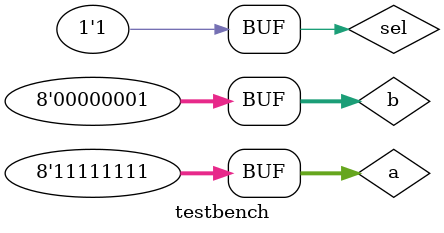
<source format=v>
`timescale 1ns / 1ps


module testbench();
    reg [7:0] a,b;reg sel;wire[7:0] c;
    mux2x1_HDL test(a,b,sel,c);
    initial begin
        #5 a=8'b11001010;b=8'b00100010;sel=1;
        #50 sel=0;
        #50 a=8'b11111111;b=8'b00000001;
        #50 sel=1;
    end
endmodule

</source>
